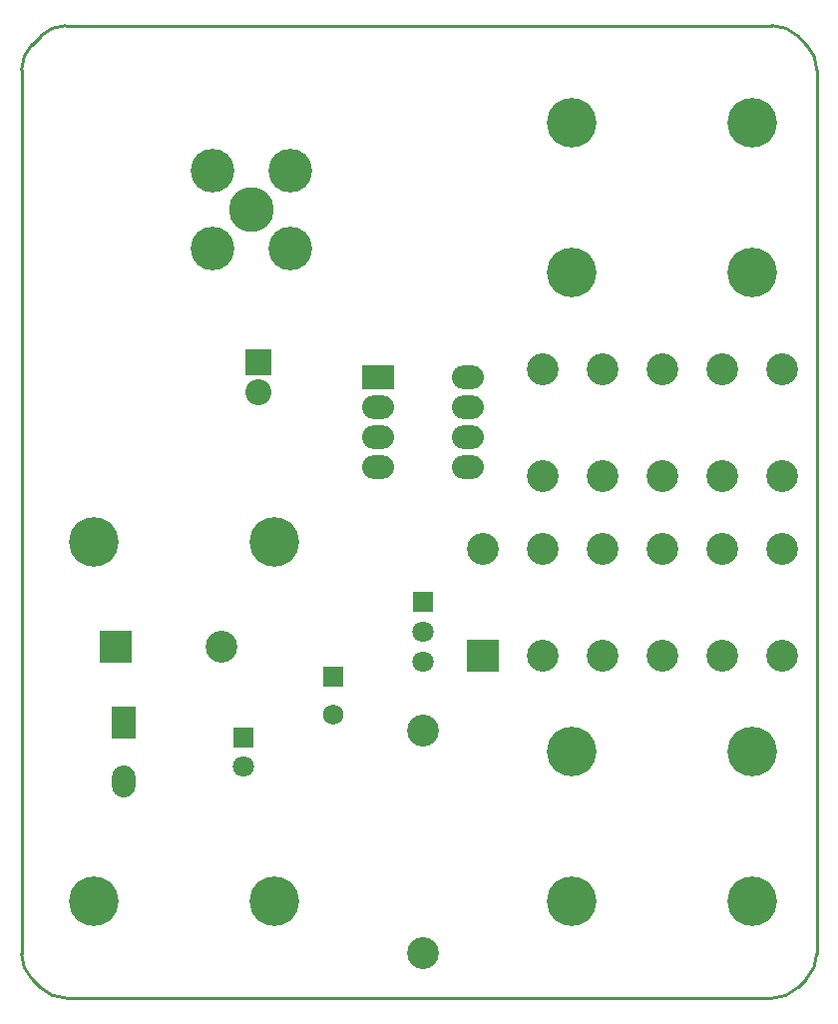
<source format=gts>
G04 Layer_Color=8388736*
%FSAX43Y43*%
%MOMM*%
G71*
G01*
G75*
%ADD10C,0.254*%
%ADD43R,2.703X2.703*%
%ADD44C,2.703*%
%ADD45O,2.003X2.703*%
%ADD46R,2.003X2.703*%
%ADD47C,1.803*%
%ADD48R,1.803X1.803*%
%ADD49R,1.803X1.803*%
%ADD50C,4.203*%
%ADD51C,1.727*%
%ADD52R,1.727X1.727*%
%ADD53O,2.703X2.003*%
%ADD54R,2.703X2.003*%
%ADD55C,3.803*%
%ADD56C,3.703*%
%ADD57R,2.703X2.703*%
%ADD58C,2.203*%
%ADD59R,2.203X2.203*%
D10*
X0130898Y0116602D02*
G03*
X0128730Y0117500I-0002168J-0002168D01*
G01*
X0068732D02*
G03*
X0066629Y0116629I0000000J-0002975D01*
G01*
X0065898Y0115898D02*
G03*
X0065000Y0113730I0002168J-0002168D01*
G01*
Y0038770D02*
G03*
X0065898Y0036602I0003066J0000000D01*
G01*
X0066602Y0035898D02*
G03*
X0068770Y0035000I0002168J0002168D01*
G01*
X0128730D02*
G03*
X0130898Y0035898I0000000J0003066D01*
G01*
X0131602Y0036602D02*
G03*
X0132500Y0038770I-0002168J0002168D01*
G01*
Y0113730D02*
G03*
X0131602Y0115898I-0003066J0000000D01*
G01*
X0065898D02*
X0066629Y0116629D01*
X0065000Y0038770D02*
Y0113730D01*
X0065898Y0036602D02*
X0066602Y0035898D01*
X0068770Y0035000D02*
X0128730D01*
X0130898Y0035898D02*
X0131602Y0036602D01*
X0132500Y0038770D02*
Y0113730D01*
X0130898Y0116602D02*
X0131602Y0115898D01*
X0068732Y0117500D02*
X0128730D01*
D43*
X0072970Y0064770D02*
D03*
D44*
X0081970D02*
D03*
X0099060Y0038855D02*
D03*
Y0057665D02*
D03*
X0104140Y0073080D02*
D03*
X0129540Y0064080D02*
D03*
Y0073080D02*
D03*
X0124460D02*
D03*
Y0064080D02*
D03*
X0119380D02*
D03*
Y0073080D02*
D03*
X0114300D02*
D03*
Y0064080D02*
D03*
X0109220D02*
D03*
Y0073080D02*
D03*
X0129540Y0079320D02*
D03*
Y0088320D02*
D03*
X0124460D02*
D03*
Y0079320D02*
D03*
X0119380D02*
D03*
Y0088320D02*
D03*
X0114300D02*
D03*
Y0079320D02*
D03*
X0109220D02*
D03*
Y0088320D02*
D03*
D45*
X0073660Y0053380D02*
D03*
D46*
Y0058380D02*
D03*
D47*
X0083820Y0054630D02*
D03*
X0099060Y0066040D02*
D03*
Y0063500D02*
D03*
D48*
X0083820Y0057130D02*
D03*
D49*
X0099060Y0068580D02*
D03*
D50*
X0071120Y0043180D02*
D03*
X0086420D02*
D03*
X0127000D02*
D03*
X0111700D02*
D03*
X0071120Y0073660D02*
D03*
X0086420D02*
D03*
X0127000Y0055880D02*
D03*
X0111700D02*
D03*
X0127000Y0096520D02*
D03*
X0111700D02*
D03*
X0127000Y0109220D02*
D03*
X0111700D02*
D03*
D51*
X0091440Y0059055D02*
D03*
D52*
Y0062230D02*
D03*
D53*
X0102870Y0080010D02*
D03*
Y0082550D02*
D03*
Y0085090D02*
D03*
Y0087630D02*
D03*
X0095250Y0080010D02*
D03*
Y0082550D02*
D03*
Y0085090D02*
D03*
D54*
Y0087630D02*
D03*
D55*
X0084540Y0101920D02*
D03*
D56*
X0087840Y0098620D02*
D03*
X0081240D02*
D03*
Y0105220D02*
D03*
X0087840D02*
D03*
D57*
X0104140Y0064080D02*
D03*
D58*
X0085090Y0086360D02*
D03*
D59*
Y0088900D02*
D03*
M02*

</source>
